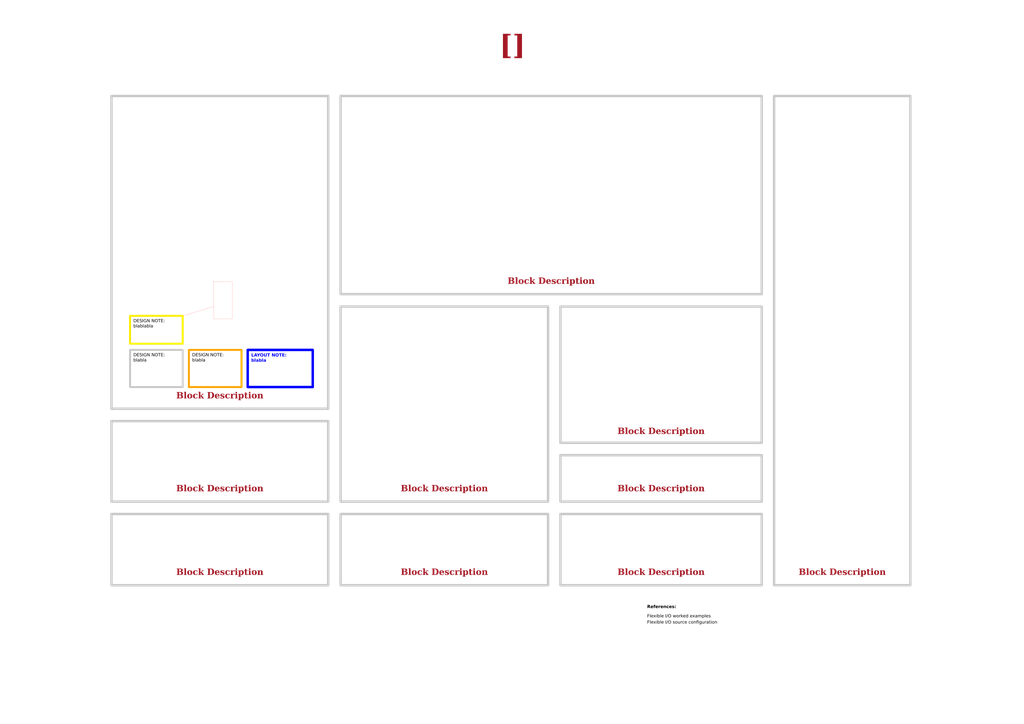
<source format=kicad_sch>
(kicad_sch
	(version 20250114)
	(generator "eeschema")
	(generator_version "9.0")
	(uuid "ea8c4f5e-7a49-4faf-a994-dbc85ed86b0a")
	(paper "A3")
	(title_block
		(title "Sheet Title B")
		(date "Last Modified Date")
		(rev "${REVISION}")
		(company "${COMPANY}")
	)
	(lib_symbols)
	(rectangle
		(start 139.7 125.73)
		(end 224.79 205.74)
		(stroke
			(width 1)
			(type default)
			(color 200 200 200 1)
		)
		(fill
			(type none)
		)
		(uuid 1d862d27-55c8-43d9-a1e0-027d1852f163)
	)
	(rectangle
		(start 317.5 39.37)
		(end 373.38 240.03)
		(stroke
			(width 1)
			(type default)
			(color 200 200 200 1)
		)
		(fill
			(type none)
		)
		(uuid 1d9edcfe-b949-46c5-adca-40f822b4bd2a)
	)
	(rectangle
		(start 87.63 115.57)
		(end 95.25 130.81)
		(stroke
			(width 0)
			(type dot)
			(color 255 0 0 1)
		)
		(fill
			(type none)
		)
		(uuid 2b4cb549-5f64-4b3d-92b1-cb510727a076)
	)
	(rectangle
		(start 45.72 172.72)
		(end 134.62 205.74)
		(stroke
			(width 1)
			(type default)
			(color 200 200 200 1)
		)
		(fill
			(type none)
		)
		(uuid 5d23fe69-1b57-41a7-86cd-8987bca3e109)
	)
	(rectangle
		(start 45.72 210.82)
		(end 134.62 240.03)
		(stroke
			(width 1)
			(type default)
			(color 200 200 200 1)
		)
		(fill
			(type none)
		)
		(uuid 8b07e48f-2db7-43ad-80d6-e91fd34b7137)
	)
	(rectangle
		(start 229.87 186.69)
		(end 312.42 205.74)
		(stroke
			(width 1)
			(type default)
			(color 200 200 200 1)
		)
		(fill
			(type none)
		)
		(uuid 8fb364d8-7e61-4713-a5cf-4e5bf9a0422c)
	)
	(rectangle
		(start 229.87 125.73)
		(end 312.42 181.61)
		(stroke
			(width 1)
			(type default)
			(color 200 200 200 1)
		)
		(fill
			(type none)
		)
		(uuid 91e86061-3695-4d86-a73e-d25af3bfe9b8)
	)
	(rectangle
		(start 139.7 210.82)
		(end 224.79 240.03)
		(stroke
			(width 1)
			(type default)
			(color 200 200 200 1)
		)
		(fill
			(type none)
		)
		(uuid d99cdb64-d2e4-4f1f-8584-4020073b6248)
	)
	(rectangle
		(start 45.72 39.37)
		(end 134.62 167.64)
		(stroke
			(width 1)
			(type default)
			(color 200 200 200 1)
		)
		(fill
			(type none)
		)
		(uuid ed047b56-79da-45e9-8381-b3465e9473b3)
	)
	(rectangle
		(start 139.7 39.37)
		(end 312.42 120.65)
		(stroke
			(width 1)
			(type default)
			(color 200 200 200 1)
		)
		(fill
			(type none)
		)
		(uuid ed78b7e7-9d87-4eba-bb13-ab88d26954ef)
	)
	(rectangle
		(start 229.87 210.82)
		(end 312.42 240.03)
		(stroke
			(width 1)
			(type default)
			(color 200 200 200 1)
		)
		(fill
			(type none)
		)
		(uuid f026768c-915f-4378-b3f2-b0a2f2a348b8)
	)
	(text "Flexible I/O worked examples"
		(exclude_from_sim no)
		(at 265.43 254 0)
		(effects
			(font
				(face "Arial")
				(size 1.27 1.27)
				(color 0 0 0 1)
			)
			(justify left bottom)
			(href "https://jpieper.com/2022/06/30/flexible-i-o-worked-examples/")
		)
		(uuid "16842e9f-eef2-418b-80ee-4eca09c5cd4a")
	)
	(text "References:"
		(exclude_from_sim no)
		(at 265.43 250.19 0)
		(effects
			(font
				(face "Arial")
				(size 1.27 1.27)
				(thickness 0.254)
				(bold yes)
				(color 0 0 0 1)
			)
			(justify left bottom)
		)
		(uuid "ca73a951-c39c-4a3c-9e12-06e6bc2f3311")
	)
	(text "Flexible I/O source configuration"
		(exclude_from_sim no)
		(at 265.43 256.54 0)
		(effects
			(font
				(face "Arial")
				(size 1.27 1.27)
				(color 0 0 0 1)
			)
			(justify left bottom)
			(href "https://jpieper.com/2022/06/28/flexible-i-o-source-configuration/")
		)
		(uuid "ff128f57-01dd-404e-9bb2-8208299d438c")
	)
	(text_box "Block Description"
		(exclude_from_sim no)
		(at 46.99 194.31 0)
		(size 86.36 9.525)
		(margins 1.9049 1.9049 1.9049 1.9049)
		(stroke
			(width -0.0001)
			(type default)
		)
		(fill
			(type none)
		)
		(effects
			(font
				(face "Times New Roman")
				(size 2.54 2.54)
				(thickness 0.508)
				(bold yes)
				(color 162 22 34 1)
			)
			(justify bottom)
		)
		(uuid "22f68459-86b0-4160-81dc-9d64d58e4265")
	)
	(text_box "Block Description"
		(exclude_from_sim no)
		(at 140.97 228.6 0)
		(size 82.55 9.525)
		(margins 1.9049 1.9049 1.9049 1.9049)
		(stroke
			(width -0.0001)
			(type default)
		)
		(fill
			(type none)
		)
		(effects
			(font
				(face "Times New Roman")
				(size 2.54 2.54)
				(thickness 0.508)
				(bold yes)
				(color 162 22 34 1)
			)
			(justify bottom)
		)
		(uuid "5050590c-bc0b-438f-ac65-a11e5219903d")
	)
	(text_box "[${#}] ${SHEETNAME}"
		(exclude_from_sim no)
		(at 12.7 12.7 0)
		(size 394.97 12.7)
		(margins 5.9999 5.9999 5.9999 5.9999)
		(stroke
			(width -0.0001)
			(type solid)
		)
		(fill
			(type none)
		)
		(effects
			(font
				(face "Times New Roman")
				(size 8 8)
				(thickness 1.2)
				(bold yes)
				(color 162 22 34 1)
			)
		)
		(uuid "524c500e-48b2-4d74-9c30-5c34bf6c2558")
	)
	(text_box "Block Description"
		(exclude_from_sim no)
		(at 46.99 228.6 0)
		(size 86.36 9.525)
		(margins 1.9049 1.9049 1.9049 1.9049)
		(stroke
			(width -0.0001)
			(type default)
		)
		(fill
			(type none)
		)
		(effects
			(font
				(face "Times New Roman")
				(size 2.54 2.54)
				(thickness 0.508)
				(bold yes)
				(color 162 22 34 1)
			)
			(justify bottom)
		)
		(uuid "67a85d80-fe45-4492-a23f-f4ed25b939a9")
	)
	(text_box "DESIGN NOTE:\nblablabla"
		(exclude_from_sim no)
		(at 53.34 129.54 0)
		(size 21.59 11.43)
		(margins 1.3525 1.3525 1.3525 1.3525)
		(stroke
			(width 0.8)
			(type solid)
			(color 250 236 0 1)
		)
		(fill
			(type none)
		)
		(effects
			(font
				(face "Arial")
				(size 1.27 1.27)
				(color 0 0 0 1)
			)
			(justify left top)
		)
		(uuid "6f2645cd-54ce-4744-b49f-5cbbe170a52a")
	)
	(text_box "DESIGN NOTE:\nblabla"
		(exclude_from_sim no)
		(at 77.47 143.51 0)
		(size 21.59 15.24)
		(margins 1.3525 1.3525 1.3525 1.3525)
		(stroke
			(width 0.8)
			(type solid)
			(color 255 165 0 1)
		)
		(fill
			(type none)
		)
		(effects
			(font
				(face "Arial")
				(size 1.27 1.27)
				(color 0 0 0 1)
			)
			(justify left top)
		)
		(uuid "7118d66d-27ed-4a42-9d0f-29873dd1133d")
	)
	(text_box "Block Description"
		(exclude_from_sim no)
		(at 231.14 228.6 0)
		(size 80.01 9.525)
		(margins 1.9049 1.9049 1.9049 1.9049)
		(stroke
			(width -0.0001)
			(type default)
		)
		(fill
			(type none)
		)
		(effects
			(font
				(face "Times New Roman")
				(size 2.54 2.54)
				(thickness 0.508)
				(bold yes)
				(color 162 22 34 1)
			)
			(justify bottom)
		)
		(uuid "7283beb6-c696-4e44-ac80-edfae78c644b")
	)
	(text_box "LAYOUT NOTE:\nblabla"
		(exclude_from_sim no)
		(at 101.6 143.51 0)
		(size 26.67 15.24)
		(margins 1.4525 1.4525 1.4525 1.4525)
		(stroke
			(width 1)
			(type solid)
			(color 0 0 255 1)
		)
		(fill
			(type none)
		)
		(effects
			(font
				(face "Arial")
				(size 1.27 1.27)
				(thickness 0.4)
				(bold yes)
				(color 0 0 255 1)
			)
			(justify left top)
		)
		(uuid "789bb8df-08ec-4683-a441-f4ff02e08c1e")
	)
	(text_box "Block Description"
		(exclude_from_sim no)
		(at 46.99 156.21 0)
		(size 86.36 9.525)
		(margins 1.9049 1.9049 1.9049 1.9049)
		(stroke
			(width -0.0001)
			(type default)
		)
		(fill
			(type none)
		)
		(effects
			(font
				(face "Times New Roman")
				(size 2.54 2.54)
				(thickness 0.508)
				(bold yes)
				(color 162 22 34 1)
			)
			(justify bottom)
		)
		(uuid "904a8349-50c0-42c2-9fb8-b365e5e4dae5")
	)
	(text_box "Block Description"
		(exclude_from_sim no)
		(at 142.24 109.22 0)
		(size 167.64 9.525)
		(margins 1.9049 1.9049 1.9049 1.9049)
		(stroke
			(width -0.0001)
			(type default)
		)
		(fill
			(type none)
		)
		(effects
			(font
				(face "Times New Roman")
				(size 2.54 2.54)
				(thickness 0.508)
				(bold yes)
				(color 162 22 34 1)
			)
			(justify bottom)
		)
		(uuid "96ca24d3-fb87-492b-b46b-2ff8e6f8597a")
	)
	(text_box "Block Description"
		(exclude_from_sim no)
		(at 231.775 170.815 0)
		(size 78.74 9.525)
		(margins 1.9049 1.9049 1.9049 1.9049)
		(stroke
			(width -0.0001)
			(type default)
		)
		(fill
			(type none)
		)
		(effects
			(font
				(face "Times New Roman")
				(size 2.54 2.54)
				(thickness 0.508)
				(bold yes)
				(color 162 22 34 1)
			)
			(justify bottom)
		)
		(uuid "9cf3d12e-f9c3-4c34-8081-b16b6bc5d5dd")
	)
	(text_box "Block Description"
		(exclude_from_sim no)
		(at 231.14 194.31 0)
		(size 80.01 9.525)
		(margins 1.9049 1.9049 1.9049 1.9049)
		(stroke
			(width -0.0001)
			(type default)
		)
		(fill
			(type none)
		)
		(effects
			(font
				(face "Times New Roman")
				(size 2.54 2.54)
				(thickness 0.508)
				(bold yes)
				(color 162 22 34 1)
			)
			(justify bottom)
		)
		(uuid "a0355043-f06f-4f70-9556-f7b249e99a87")
	)
	(text_box "Block Description"
		(exclude_from_sim no)
		(at 318.77 228.6 0)
		(size 53.34 9.525)
		(margins 1.9049 1.9049 1.9049 1.9049)
		(stroke
			(width -0.0001)
			(type default)
		)
		(fill
			(type none)
		)
		(effects
			(font
				(face "Times New Roman")
				(size 2.54 2.54)
				(thickness 0.508)
				(bold yes)
				(color 162 22 34 1)
			)
			(justify bottom)
		)
		(uuid "ac59a6b3-731c-4363-a803-7459ac300c4a")
	)
	(text_box "DESIGN NOTE:\nblabla"
		(exclude_from_sim no)
		(at 53.34 143.51 0)
		(size 21.59 15.24)
		(margins 1.3525 1.3525 1.3525 1.3525)
		(stroke
			(width 0.8)
			(type solid)
			(color 200 200 200 1)
		)
		(fill
			(type none)
		)
		(effects
			(font
				(face "Arial")
				(size 1.27 1.27)
				(color 0 0 0 1)
			)
			(justify left top)
		)
		(uuid "b30fc753-248d-41ea-b0ab-815ff2704544")
	)
	(text_box "Block Description"
		(exclude_from_sim no)
		(at 140.97 194.31 0)
		(size 82.55 9.525)
		(margins 1.9049 1.9049 1.9049 1.9049)
		(stroke
			(width -0.0001)
			(type default)
		)
		(fill
			(type none)
		)
		(effects
			(font
				(face "Times New Roman")
				(size 2.54 2.54)
				(thickness 0.508)
				(bold yes)
				(color 162 22 34 1)
			)
			(justify bottom)
		)
		(uuid "d975f102-c262-465d-91fc-7f6c552cfb8d")
	)
	(polyline
		(pts
			(xy 87.63 125.73) (xy 74.93 129.54)
		)
		(stroke
			(width 0)
			(type dot)
			(color 255 0 0 1)
		)
		(uuid "12cce4b3-da24-47e2-9d17-2204ddb556eb")
	)
)

</source>
